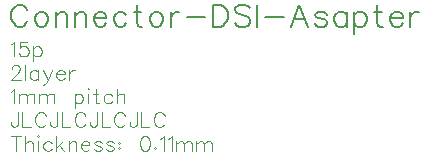
<source format=gto>
G04 Layer: TopSilkscreenLayer*
G04 EasyEDA Pro v2.1.64.d1969c9c.217bcf, 2024-08-01 22:51:47*
G04 Gerber Generator version 0.3*
G04 Scale: 100 percent, Rotated: No, Reflected: No*
G04 Dimensions in millimeters*
G04 Leading zeros omitted, absolute positions, 3 integers and 5 decimals*
%FSLAX35Y35*%
%MOMM*%
%ADD10C,0.203*%
%ADD11C,0.1*%
G75*


G04 Text Start*
G54D10*
G01X3843510Y-585370D02*
G01X3834620Y-567590D01*
G01X3816840Y-549810D01*
G01X3799060Y-540920D01*
G01X3763500D01*
G01X3745720Y-549810D01*
G01X3727940Y-567590D01*
G01X3719050Y-585370D01*
G01X3710160Y-612040D01*
G01Y-656490D01*
G01X3719050Y-683160D01*
G01X3727940Y-700940D01*
G01X3745720Y-718720D01*
G01X3763500Y-727610D01*
G01X3799060D01*
G01X3816840Y-718720D01*
G01X3834620Y-700940D01*
G01X3843510Y-683160D01*
G01X3950952Y-603150D02*
G01X3933172Y-612040D01*
G01X3915392Y-629820D01*
G01X3906502Y-656490D01*
G01Y-674270D01*
G01X3915392Y-700940D01*
G01X3933172Y-718720D01*
G01X3950952Y-727610D01*
G01X3977622D01*
G01X3995402Y-718720D01*
G01X4013182Y-700940D01*
G01X4022072Y-674270D01*
G01Y-656490D01*
G01X4013182Y-629820D01*
G01X3995402Y-612040D01*
G01X3977622Y-603150D01*
G01X3950952D01*
G01X4085064Y-603150D02*
G01X4085064Y-727610D01*
G01X4085064Y-638710D02*
G01X4111734Y-612040D01*
G01X4129514Y-603150D01*
G01X4156184D01*
G01X4173964Y-612040D01*
G01X4182854Y-638710D01*
G01Y-727610D01*
G01X4245846Y-603150D02*
G01X4245846Y-727610D01*
G01X4245846Y-638710D02*
G01X4272516Y-612040D01*
G01X4290296Y-603150D01*
G01X4316966D01*
G01X4334746Y-612040D01*
G01X4343636Y-638710D01*
G01Y-727610D01*
G01X4406628Y-656490D02*
G01X4513308Y-656490D01*
G01Y-638710D01*
G01X4504418Y-620930D01*
G01X4495528Y-612040D01*
G01X4477748Y-603150D01*
G01X4451078D01*
G01X4433298Y-612040D01*
G01X4415518Y-629820D01*
G01X4406628Y-656490D01*
G01Y-674270D01*
G01X4415518Y-700940D01*
G01X4433298Y-718720D01*
G01X4451078Y-727610D01*
G01X4477748D01*
G01X4495528Y-718720D01*
G01X4513308Y-700940D01*
G01X4682980Y-629820D02*
G01X4665200Y-612040D01*
G01X4647420Y-603150D01*
G01X4620750D01*
G01X4602970Y-612040D01*
G01X4585190Y-629820D01*
G01X4576300Y-656490D01*
G01Y-674270D01*
G01X4585190Y-700940D01*
G01X4602970Y-718720D01*
G01X4620750Y-727610D01*
G01X4647420D01*
G01X4665200Y-718720D01*
G01X4682980Y-700940D01*
G01X4772642Y-540920D02*
G01X4772642Y-692050D01*
G01X4781532Y-718720D01*
G01X4799312Y-727610D01*
G01X4817092D01*
G01X4745972Y-603150D02*
G01X4808202Y-603150D01*
G01X4924534Y-603150D02*
G01X4906754Y-612040D01*
G01X4888974Y-629820D01*
G01X4880084Y-656490D01*
G01Y-674270D01*
G01X4888974Y-700940D01*
G01X4906754Y-718720D01*
G01X4924534Y-727610D01*
G01X4951204D01*
G01X4968984Y-718720D01*
G01X4986764Y-700940D01*
G01X4995654Y-674270D01*
G01Y-656490D01*
G01X4986764Y-629820D01*
G01X4968984Y-612040D01*
G01X4951204Y-603150D01*
G01X4924534D01*
G01X5058646Y-603150D02*
G01X5058646Y-727610D01*
G01X5058646Y-656490D02*
G01X5067536Y-629820D01*
G01X5085316Y-612040D01*
G01X5103096Y-603150D01*
G01X5129766D01*
G01X5192758Y-647600D02*
G01X5352778Y-647600D01*
G01X5415770Y-540920D02*
G01X5415770Y-727610D01*
G01X5415770Y-540920D02*
G01X5478000Y-540920D01*
G01X5504670Y-549810D01*
G01X5522450Y-567590D01*
G01X5531340Y-585370D01*
G01X5540230Y-612040D01*
G01Y-656490D01*
G01X5531340Y-683160D01*
G01X5522450Y-700940D01*
G01X5504670Y-718720D01*
G01X5478000Y-727610D01*
G01X5415770D01*
G01X5727682Y-567590D02*
G01X5709902Y-549810D01*
G01X5683232Y-540920D01*
G01X5647672D01*
G01X5621002Y-549810D01*
G01X5603222Y-567590D01*
G01Y-585370D01*
G01X5612112Y-603150D01*
G01X5621002Y-612040D01*
G01X5638782Y-620930D01*
G01X5692122Y-638710D01*
G01X5709902Y-647600D01*
G01X5718792Y-656490D01*
G01X5727682Y-674270D01*
G01Y-700940D01*
G01X5709902Y-718720D01*
G01X5683232Y-727610D01*
G01X5647672D01*
G01X5621002Y-718720D01*
G01X5603222Y-700940D01*
G01X5790674Y-540920D02*
G01X5790674Y-727610D01*
G01X5853666Y-647600D02*
G01X6013686Y-647600D01*
G01X6147798Y-540920D02*
G01X6076678Y-727610D01*
G01X6147798Y-540920D02*
G01X6218918Y-727610D01*
G01X6103348Y-665380D02*
G01X6192248Y-665380D01*
G01X6379700Y-629820D02*
G01X6370810Y-612040D01*
G01X6344140Y-603150D01*
G01X6317470D01*
G01X6290800Y-612040D01*
G01X6281910Y-629820D01*
G01X6290800Y-647600D01*
G01X6308580Y-656490D01*
G01X6353030Y-665380D01*
G01X6370810Y-674270D01*
G01X6379700Y-692050D01*
G01Y-700940D01*
G01X6370810Y-718720D01*
G01X6344140Y-727610D01*
G01X6317470D01*
G01X6290800Y-718720D01*
G01X6281910Y-700940D01*
G01X6549372Y-603150D02*
G01X6549372Y-727610D01*
G01X6549372Y-629820D02*
G01X6531592Y-612040D01*
G01X6513812Y-603150D01*
G01X6487142D01*
G01X6469362Y-612040D01*
G01X6451582Y-629820D01*
G01X6442692Y-656490D01*
G01Y-674270D01*
G01X6451582Y-700940D01*
G01X6469362Y-718720D01*
G01X6487142Y-727610D01*
G01X6513812D01*
G01X6531592Y-718720D01*
G01X6549372Y-700940D01*
G01X6612364Y-603150D02*
G01X6612364Y-789840D01*
G01X6612364Y-629820D02*
G01X6630144Y-612040D01*
G01X6647924Y-603150D01*
G01X6674594D01*
G01X6692374Y-612040D01*
G01X6710154Y-629820D01*
G01X6719044Y-656490D01*
G01Y-674270D01*
G01X6710154Y-700940D01*
G01X6692374Y-718720D01*
G01X6674594Y-727610D01*
G01X6647924D01*
G01X6630144Y-718720D01*
G01X6612364Y-700940D01*
G01X6808706Y-540920D02*
G01X6808706Y-692050D01*
G01X6817596Y-718720D01*
G01X6835376Y-727610D01*
G01X6853156D01*
G01X6782036Y-603150D02*
G01X6844266Y-603150D01*
G01X6916148Y-656490D02*
G01X7022828Y-656490D01*
G01Y-638710D01*
G01X7013938Y-620930D01*
G01X7005048Y-612040D01*
G01X6987268Y-603150D01*
G01X6960598D01*
G01X6942818Y-612040D01*
G01X6925038Y-629820D01*
G01X6916148Y-656490D01*
G01Y-674270D01*
G01X6925038Y-700940D01*
G01X6942818Y-718720D01*
G01X6960598Y-727610D01*
G01X6987268D01*
G01X7005048Y-718720D01*
G01X7022828Y-700940D01*
G01X7085820Y-603150D02*
G01X7085820Y-727610D01*
G01X7085820Y-656490D02*
G01X7094710Y-629820D01*
G01X7112490Y-612040D01*
G01X7130270Y-603150D01*
G01X7156940D01*
G54D11*
G01X3705010Y-877426D02*
G01X3716694Y-871584D01*
G01X3734728Y-853804D01*
G01Y-978518D01*
G01X3844456Y-853804D02*
G01X3785020Y-853804D01*
G01X3779178Y-907144D01*
G01X3785020Y-901302D01*
G01X3802800Y-895206D01*
G01X3820834D01*
G01X3838614Y-901302D01*
G01X3850298Y-913240D01*
G01X3856394Y-931020D01*
G01Y-942704D01*
G01X3850298Y-960738D01*
G01X3838614Y-972422D01*
G01X3820834Y-978518D01*
G01X3802800D01*
G01X3785020Y-972422D01*
G01X3779178Y-966580D01*
G01X3773336Y-954642D01*
G01X3895002Y-895206D02*
G01X3895002Y-1019920D01*
G01X3895002Y-913240D02*
G01X3906686Y-901302D01*
G01X3918624Y-895206D01*
G01X3936404D01*
G01X3948342Y-901302D01*
G01X3960280Y-913240D01*
G01X3966122Y-931020D01*
G01Y-942704D01*
G01X3960280Y-960738D01*
G01X3948342Y-972422D01*
G01X3936404Y-978518D01*
G01X3918624D01*
G01X3906686Y-972422D01*
G01X3895002Y-960738D01*
G01X3710852Y-1083420D02*
G01X3710852Y-1077578D01*
G01X3716694Y-1065640D01*
G01X3722790Y-1059798D01*
G01X3734728Y-1053702D01*
G01X3758350D01*
G01X3770288Y-1059798D01*
G01X3776130Y-1065640D01*
G01X3782226Y-1077578D01*
G01Y-1089262D01*
G01X3776130Y-1101200D01*
G01X3764192Y-1118980D01*
G01X3705010Y-1178416D01*
G01X3788068D01*
G01X3826676Y-1053702D02*
G01X3826676Y-1178416D01*
G01X3936404Y-1095358D02*
G01X3936404Y-1178416D01*
G01X3936404Y-1113138D02*
G01X3924466Y-1101200D01*
G01X3912782Y-1095358D01*
G01X3894748D01*
G01X3883064Y-1101200D01*
G01X3871126Y-1113138D01*
G01X3865284Y-1130918D01*
G01Y-1142856D01*
G01X3871126Y-1160636D01*
G01X3883064Y-1172574D01*
G01X3894748Y-1178416D01*
G01X3912782D01*
G01X3924466Y-1172574D01*
G01X3936404Y-1160636D01*
G01X3980854Y-1095358D02*
G01X4016414Y-1178416D01*
G01X4051974Y-1095358D02*
G01X4016414Y-1178416D01*
G01X4004476Y-1202292D01*
G01X3992792Y-1213976D01*
G01X3980854Y-1220072D01*
G01X3975012D01*
G01X4090582Y-1130918D02*
G01X4161702Y-1130918D01*
G01Y-1118980D01*
G01X4155860Y-1107296D01*
G01X4149764Y-1101200D01*
G01X4138080Y-1095358D01*
G01X4120046D01*
G01X4108362Y-1101200D01*
G01X4096424Y-1113138D01*
G01X4090582Y-1130918D01*
G01Y-1142856D01*
G01X4096424Y-1160636D01*
G01X4108362Y-1172574D01*
G01X4120046Y-1178416D01*
G01X4138080D01*
G01X4149764Y-1172574D01*
G01X4161702Y-1160636D01*
G01X4200310Y-1095358D02*
G01X4200310Y-1178416D01*
G01X4200310Y-1130918D02*
G01X4206152Y-1113138D01*
G01X4218090Y-1101200D01*
G01X4229774Y-1095358D01*
G01X4247808D01*
G01X3705010Y-1277476D02*
G01X3716694Y-1271634D01*
G01X3734728Y-1253854D01*
G01Y-1378314D01*
G01X3773336Y-1295256D02*
G01X3773336Y-1378314D01*
G01X3773336Y-1319132D02*
G01X3791116Y-1301352D01*
G01X3802800Y-1295256D01*
G01X3820834D01*
G01X3832518Y-1301352D01*
G01X3838614Y-1319132D01*
G01Y-1378314D01*
G01X3838614Y-1319132D02*
G01X3856394Y-1301352D01*
G01X3868332Y-1295256D01*
G01X3886112D01*
G01X3897796Y-1301352D01*
G01X3903892Y-1319132D01*
G01Y-1378314D01*
G01X3942500Y-1295256D02*
G01X3942500Y-1378314D01*
G01X3942500Y-1319132D02*
G01X3960280Y-1301352D01*
G01X3971964Y-1295256D01*
G01X3989998D01*
G01X4001682Y-1301352D01*
G01X4007778Y-1319132D01*
G01Y-1378314D01*
G01X4007778Y-1319132D02*
G01X4025558Y-1301352D01*
G01X4037496Y-1295256D01*
G01X4055276D01*
G01X4066960Y-1301352D01*
G01X4073056Y-1319132D01*
G01Y-1378314D01*
G01X4244506Y-1295256D02*
G01X4244506Y-1419970D01*
G01X4244506Y-1313036D02*
G01X4256444Y-1301352D01*
G01X4268382Y-1295256D01*
G01X4286162D01*
G01X4298100Y-1301352D01*
G01X4309784Y-1313036D01*
G01X4315880Y-1330816D01*
G01Y-1342754D01*
G01X4309784Y-1360534D01*
G01X4298100Y-1372472D01*
G01X4286162Y-1378314D01*
G01X4268382D01*
G01X4256444Y-1372472D01*
G01X4244506Y-1360534D01*
G01X4354488Y-1253854D02*
G01X4360330Y-1259696D01*
G01X4366172Y-1253854D01*
G01X4360330Y-1247758D01*
G01X4354488Y-1253854D01*
G01X4360330Y-1295256D02*
G01X4360330Y-1378314D01*
G01X4422560Y-1253854D02*
G01X4422560Y-1354692D01*
G01X4428402Y-1372472D01*
G01X4440340Y-1378314D01*
G01X4452278D01*
G01X4404780Y-1295256D02*
G01X4446182Y-1295256D01*
G01X4562006Y-1313036D02*
G01X4550068Y-1301352D01*
G01X4538384Y-1295256D01*
G01X4520350D01*
G01X4508666Y-1301352D01*
G01X4496728Y-1313036D01*
G01X4490886Y-1330816D01*
G01Y-1342754D01*
G01X4496728Y-1360534D01*
G01X4508666Y-1372472D01*
G01X4520350Y-1378314D01*
G01X4538384D01*
G01X4550068Y-1372472D01*
G01X4562006Y-1360534D01*
G01X4600614Y-1253854D02*
G01X4600614Y-1378314D01*
G01X4600614Y-1319132D02*
G01X4618394Y-1301352D01*
G01X4630078Y-1295256D01*
G01X4648112D01*
G01X4659796Y-1301352D01*
G01X4665892Y-1319132D01*
G01Y-1378314D01*
G01X3764192Y-1453752D02*
G01X3764192Y-1548748D01*
G01X3758350Y-1566528D01*
G01X3752508Y-1572624D01*
G01X3740570Y-1578466D01*
G01X3728632D01*
G01X3716694Y-1572624D01*
G01X3710852Y-1566528D01*
G01X3705010Y-1548748D01*
G01Y-1536810D01*
G01X3802800Y-1453752D02*
G01X3802800Y-1578466D01*
G01X3802800Y-1578466D02*
G01X3873920Y-1578466D01*
G01X4001428Y-1483470D02*
G01X3995586Y-1471532D01*
G01X3983648Y-1459594D01*
G01X3971710Y-1453752D01*
G01X3948088D01*
G01X3936150Y-1459594D01*
G01X3924212Y-1471532D01*
G01X3918370Y-1483470D01*
G01X3912528Y-1501250D01*
G01Y-1530968D01*
G01X3918370Y-1548748D01*
G01X3924212Y-1560686D01*
G01X3936150Y-1572624D01*
G01X3948088Y-1578466D01*
G01X3971710D01*
G01X3983648Y-1572624D01*
G01X3995586Y-1560686D01*
G01X4001428Y-1548748D01*
G01X4099218Y-1453752D02*
G01X4099218Y-1548748D01*
G01X4093376Y-1566528D01*
G01X4087534Y-1572624D01*
G01X4075596Y-1578466D01*
G01X4063658D01*
G01X4051720Y-1572624D01*
G01X4045878Y-1566528D01*
G01X4040036Y-1548748D01*
G01Y-1536810D01*
G01X4137826Y-1453752D02*
G01X4137826Y-1578466D01*
G01X4137826Y-1578466D02*
G01X4208946Y-1578466D01*
G01X4336454Y-1483470D02*
G01X4330612Y-1471532D01*
G01X4318674Y-1459594D01*
G01X4306736Y-1453752D01*
G01X4283114D01*
G01X4271176Y-1459594D01*
G01X4259238Y-1471532D01*
G01X4253396Y-1483470D01*
G01X4247554Y-1501250D01*
G01Y-1530968D01*
G01X4253396Y-1548748D01*
G01X4259238Y-1560686D01*
G01X4271176Y-1572624D01*
G01X4283114Y-1578466D01*
G01X4306736D01*
G01X4318674Y-1572624D01*
G01X4330612Y-1560686D01*
G01X4336454Y-1548748D01*
G01X4434244Y-1453752D02*
G01X4434244Y-1548748D01*
G01X4428402Y-1566528D01*
G01X4422560Y-1572624D01*
G01X4410622Y-1578466D01*
G01X4398684D01*
G01X4386746Y-1572624D01*
G01X4380904Y-1566528D01*
G01X4375062Y-1548748D01*
G01Y-1536810D01*
G01X4472852Y-1453752D02*
G01X4472852Y-1578466D01*
G01X4472852Y-1578466D02*
G01X4543972Y-1578466D01*
G01X4671480Y-1483470D02*
G01X4665638Y-1471532D01*
G01X4653700Y-1459594D01*
G01X4641762Y-1453752D01*
G01X4618140D01*
G01X4606202Y-1459594D01*
G01X4594264Y-1471532D01*
G01X4588422Y-1483470D01*
G01X4582580Y-1501250D01*
G01Y-1530968D01*
G01X4588422Y-1548748D01*
G01X4594264Y-1560686D01*
G01X4606202Y-1572624D01*
G01X4618140Y-1578466D01*
G01X4641762D01*
G01X4653700Y-1572624D01*
G01X4665638Y-1560686D01*
G01X4671480Y-1548748D01*
G01X4769270Y-1453752D02*
G01X4769270Y-1548748D01*
G01X4763428Y-1566528D01*
G01X4757586Y-1572624D01*
G01X4745648Y-1578466D01*
G01X4733710D01*
G01X4721772Y-1572624D01*
G01X4715930Y-1566528D01*
G01X4710088Y-1548748D01*
G01Y-1536810D01*
G01X4807878Y-1453752D02*
G01X4807878Y-1578466D01*
G01X4807878Y-1578466D02*
G01X4878998Y-1578466D01*
G01X5006506Y-1483470D02*
G01X5000664Y-1471532D01*
G01X4988726Y-1459594D01*
G01X4976788Y-1453752D01*
G01X4953166D01*
G01X4941228Y-1459594D01*
G01X4929290Y-1471532D01*
G01X4923448Y-1483470D01*
G01X4917606Y-1501250D01*
G01Y-1530968D01*
G01X4923448Y-1548748D01*
G01X4929290Y-1560686D01*
G01X4941228Y-1572624D01*
G01X4953166Y-1578466D01*
G01X4976788D01*
G01X4988726Y-1572624D01*
G01X5000664Y-1560686D01*
G01X5006506Y-1548748D01*
G01X3746412Y-1653650D02*
G01X3746412Y-1778364D01*
G01X3705010Y-1653650D02*
G01X3788068Y-1653650D01*
G01X3826676Y-1653650D02*
G01X3826676Y-1778364D01*
G01X3826676Y-1719182D02*
G01X3844456Y-1701148D01*
G01X3856140Y-1695306D01*
G01X3874174D01*
G01X3885858Y-1701148D01*
G01X3891954Y-1719182D01*
G01Y-1778364D01*
G01X3930562Y-1653650D02*
G01X3936404Y-1659746D01*
G01X3942246Y-1653650D01*
G01X3936404Y-1647808D01*
G01X3930562Y-1653650D01*
G01X3936404Y-1695306D02*
G01X3936404Y-1778364D01*
G01X4051974Y-1713086D02*
G01X4040036Y-1701148D01*
G01X4028352Y-1695306D01*
G01X4010318D01*
G01X3998634Y-1701148D01*
G01X3986696Y-1713086D01*
G01X3980854Y-1730866D01*
G01Y-1742804D01*
G01X3986696Y-1760584D01*
G01X3998634Y-1772522D01*
G01X4010318Y-1778364D01*
G01X4028352D01*
G01X4040036Y-1772522D01*
G01X4051974Y-1760584D01*
G01X4090582Y-1653650D02*
G01X4090582Y-1778364D01*
G01X4149764Y-1695306D02*
G01X4090582Y-1754742D01*
G01X4114204Y-1730866D02*
G01X4155860Y-1778364D01*
G01X4194468Y-1695306D02*
G01X4194468Y-1778364D01*
G01X4194468Y-1719182D02*
G01X4212248Y-1701148D01*
G01X4223932Y-1695306D01*
G01X4241966D01*
G01X4253650Y-1701148D01*
G01X4259746Y-1719182D01*
G01Y-1778364D01*
G01X4298354Y-1730866D02*
G01X4369474Y-1730866D01*
G01Y-1719182D01*
G01X4363632Y-1707244D01*
G01X4357536Y-1701148D01*
G01X4345852Y-1695306D01*
G01X4327818D01*
G01X4316134Y-1701148D01*
G01X4304196Y-1713086D01*
G01X4298354Y-1730866D01*
G01Y-1742804D01*
G01X4304196Y-1760584D01*
G01X4316134Y-1772522D01*
G01X4327818Y-1778364D01*
G01X4345852D01*
G01X4357536Y-1772522D01*
G01X4369474Y-1760584D01*
G01X4473360Y-1713086D02*
G01X4467264Y-1701148D01*
G01X4449484Y-1695306D01*
G01X4431704D01*
G01X4413924Y-1701148D01*
G01X4408082Y-1713086D01*
G01X4413924Y-1725024D01*
G01X4425862Y-1730866D01*
G01X4455580Y-1736962D01*
G01X4467264Y-1742804D01*
G01X4473360Y-1754742D01*
G01Y-1760584D01*
G01X4467264Y-1772522D01*
G01X4449484Y-1778364D01*
G01X4431704D01*
G01X4413924Y-1772522D01*
G01X4408082Y-1760584D01*
G01X4577246Y-1713086D02*
G01X4571150Y-1701148D01*
G01X4553370Y-1695306D01*
G01X4535590D01*
G01X4517810Y-1701148D01*
G01X4511968Y-1713086D01*
G01X4517810Y-1725024D01*
G01X4529748Y-1730866D01*
G01X4559466Y-1736962D01*
G01X4571150Y-1742804D01*
G01X4577246Y-1754742D01*
G01Y-1760584D01*
G01X4571150Y-1772522D01*
G01X4553370Y-1778364D01*
G01X4535590D01*
G01X4517810Y-1772522D01*
G01X4511968Y-1760584D01*
G01X4621696Y-1707244D02*
G01X4615854Y-1713086D01*
G01X4621696Y-1719182D01*
G01X4627538Y-1713086D01*
G01X4621696Y-1707244D01*
G01X4621696Y-1748646D02*
G01X4615854Y-1754742D01*
G01X4621696Y-1760584D01*
G01X4627538Y-1754742D01*
G01X4621696Y-1748646D01*
G01X4834548Y-1653650D02*
G01X4816768Y-1659746D01*
G01X4805084Y-1677526D01*
G01X4798988Y-1707244D01*
G01Y-1725024D01*
G01X4805084Y-1754742D01*
G01X4816768Y-1772522D01*
G01X4834548Y-1778364D01*
G01X4846486D01*
G01X4864266Y-1772522D01*
G01X4876204Y-1754742D01*
G01X4882046Y-1725024D01*
G01Y-1707244D01*
G01X4876204Y-1677526D01*
G01X4864266Y-1659746D01*
G01X4846486Y-1653650D01*
G01X4834548D01*
G01X4926496Y-1748646D02*
G01X4920654Y-1754742D01*
G01X4926496Y-1760584D01*
G01X4932338Y-1754742D01*
G01X4926496Y-1748646D01*
G01X4970946Y-1677526D02*
G01X4982630Y-1671684D01*
G01X5000410Y-1653650D01*
G01Y-1778364D01*
G01X5039018Y-1677526D02*
G01X5050702Y-1671684D01*
G01X5068482Y-1653650D01*
G01Y-1778364D01*
G01X5107090Y-1695306D02*
G01X5107090Y-1778364D01*
G01X5107090Y-1719182D02*
G01X5124870Y-1701148D01*
G01X5136554Y-1695306D01*
G01X5154588D01*
G01X5166272Y-1701148D01*
G01X5172368Y-1719182D01*
G01Y-1778364D01*
G01X5172368Y-1719182D02*
G01X5190148Y-1701148D01*
G01X5202086Y-1695306D01*
G01X5219866D01*
G01X5231550Y-1701148D01*
G01X5237646Y-1719182D01*
G01Y-1778364D01*
G01X5276254Y-1695306D02*
G01X5276254Y-1778364D01*
G01X5276254Y-1719182D02*
G01X5294034Y-1701148D01*
G01X5305718Y-1695306D01*
G01X5323752D01*
G01X5335436Y-1701148D01*
G01X5341532Y-1719182D01*
G01Y-1778364D01*
G01X5341532Y-1719182D02*
G01X5359312Y-1701148D01*
G01X5371250Y-1695306D01*
G01X5389030D01*
G01X5400714Y-1701148D01*
G01X5406810Y-1719182D01*
G01Y-1778364D01*
G04 Text End*

M02*

</source>
